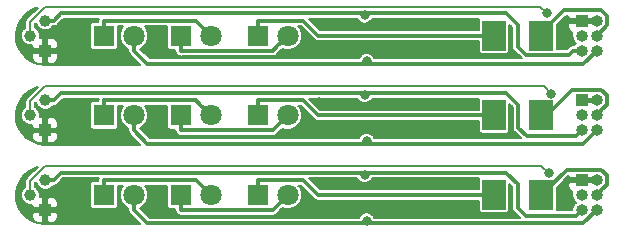
<source format=gtl>
G04 #@! TF.GenerationSoftware,KiCad,Pcbnew,(5.0.0)*
G04 #@! TF.CreationDate,2019-02-18T12:30:38-08:00*
G04 #@! TF.ProjectId,mlab100_LEDPCB_1.6,6D6C61623130305F4C45445043425F31,rev?*
G04 #@! TF.SameCoordinates,Original*
G04 #@! TF.FileFunction,Copper,L1,Top,Signal*
G04 #@! TF.FilePolarity,Positive*
%FSLAX46Y46*%
G04 Gerber Fmt 4.6, Leading zero omitted, Abs format (unit mm)*
G04 Created by KiCad (PCBNEW (5.0.0)) date 02/18/19 12:30:38*
%MOMM*%
%LPD*%
G01*
G04 APERTURE LIST*
G04 #@! TA.AperFunction,ComponentPad*
%ADD10R,1.000000X1.000000*%
G04 #@! TD*
G04 #@! TA.AperFunction,ComponentPad*
%ADD11O,1.000000X1.000000*%
G04 #@! TD*
G04 #@! TA.AperFunction,ComponentPad*
%ADD12R,1.800000X1.800000*%
G04 #@! TD*
G04 #@! TA.AperFunction,ComponentPad*
%ADD13C,1.800000*%
G04 #@! TD*
G04 #@! TA.AperFunction,ComponentPad*
%ADD14C,1.000000*%
G04 #@! TD*
G04 #@! TA.AperFunction,SMDPad,CuDef*
%ADD15R,2.000000X2.500000*%
G04 #@! TD*
G04 #@! TA.AperFunction,ViaPad*
%ADD16C,0.800000*%
G04 #@! TD*
G04 #@! TA.AperFunction,Conductor*
%ADD17C,0.350000*%
G04 #@! TD*
G04 #@! TA.AperFunction,Conductor*
%ADD18C,0.200000*%
G04 #@! TD*
G04 APERTURE END LIST*
D10*
G04 #@! TO.P,J15,1*
G04 #@! TO.N,/LEDBoard2/GND*
X48230000Y-8360000D03*
D11*
G04 #@! TO.P,J15,2*
X49500000Y-8360000D03*
G04 #@! TO.P,J15,3*
G04 #@! TO.N,/LEDBoard2/Temp1w*
X48230000Y-9630000D03*
G04 #@! TO.P,J15,4*
G04 #@! TO.N,/LEDBoard2/LED*
X49500000Y-9630000D03*
G04 #@! TO.P,J15,5*
G04 #@! TO.N,/LEDBoard2/3V3*
X48230000Y-10900000D03*
G04 #@! TO.P,J15,6*
G04 #@! TO.N,/LEDBoard2/12V*
X49500000Y-10900000D03*
G04 #@! TD*
D12*
G04 #@! TO.P,D4,1*
G04 #@! TO.N,Net-(D4-Pad1)*
X20800000Y-16380000D03*
D13*
G04 #@! TO.P,D4,2*
G04 #@! TO.N,Net-(D2-Pad1)*
X23340000Y-16380000D03*
G04 #@! TD*
D12*
G04 #@! TO.P,D1,1*
G04 #@! TO.N,Net-(D1-Pad1)*
X7800000Y-16380000D03*
D13*
G04 #@! TO.P,D1,2*
G04 #@! TO.N,/LEDBoard1/12V*
X10340000Y-16380000D03*
G04 #@! TD*
G04 #@! TO.P,D5,2*
G04 #@! TO.N,/LEDBoard2/12V*
X10340000Y-9630000D03*
D12*
G04 #@! TO.P,D5,1*
G04 #@! TO.N,Net-(D5-Pad1)*
X7800000Y-9630000D03*
G04 #@! TD*
D13*
G04 #@! TO.P,D2,2*
G04 #@! TO.N,Net-(D1-Pad1)*
X16850000Y-16380000D03*
D12*
G04 #@! TO.P,D2,1*
G04 #@! TO.N,Net-(D2-Pad1)*
X14310000Y-16380000D03*
G04 #@! TD*
D13*
G04 #@! TO.P,D8,2*
G04 #@! TO.N,Net-(D5-Pad1)*
X16850000Y-9630000D03*
D12*
G04 #@! TO.P,D8,1*
G04 #@! TO.N,Net-(D8-Pad1)*
X14310000Y-9630000D03*
G04 #@! TD*
G04 #@! TO.P,D9,1*
G04 #@! TO.N,Net-(D9-Pad1)*
X20800000Y-9630000D03*
D13*
G04 #@! TO.P,D9,2*
G04 #@! TO.N,Net-(D8-Pad1)*
X23340000Y-9630000D03*
G04 #@! TD*
G04 #@! TO.P,D10,2*
G04 #@! TO.N,/LEDBoard3/12V*
X10340000Y-2890000D03*
D12*
G04 #@! TO.P,D10,1*
G04 #@! TO.N,Net-(D10-Pad1)*
X7800000Y-2890000D03*
G04 #@! TD*
G04 #@! TO.P,D11,1*
G04 #@! TO.N,Net-(D11-Pad1)*
X14300000Y-2890000D03*
D13*
G04 #@! TO.P,D11,2*
G04 #@! TO.N,Net-(D10-Pad1)*
X16840000Y-2890000D03*
G04 #@! TD*
D12*
G04 #@! TO.P,D12,1*
G04 #@! TO.N,Net-(D12-Pad1)*
X20800000Y-2890000D03*
D13*
G04 #@! TO.P,D12,2*
G04 #@! TO.N,Net-(D11-Pad1)*
X23340000Y-2890000D03*
G04 #@! TD*
D11*
G04 #@! TO.P,J14,6*
G04 #@! TO.N,/LEDBoard1/12V*
X49500000Y-17650000D03*
G04 #@! TO.P,J14,5*
G04 #@! TO.N,/LEDBoard1/3V3*
X48230000Y-17650000D03*
G04 #@! TO.P,J14,4*
G04 #@! TO.N,/LEDBoard1/LED*
X49500000Y-16380000D03*
G04 #@! TO.P,J14,3*
G04 #@! TO.N,/LEDBoard1/Temp1w*
X48230000Y-16380000D03*
G04 #@! TO.P,J14,2*
G04 #@! TO.N,/LEDBoard1/GND*
X49500000Y-15110000D03*
D10*
G04 #@! TO.P,J14,1*
X48230000Y-15110000D03*
G04 #@! TD*
D11*
G04 #@! TO.P,J16,6*
G04 #@! TO.N,/LEDBoard3/12V*
X49500000Y-4160000D03*
G04 #@! TO.P,J16,5*
G04 #@! TO.N,/LEDBoard3/3V3*
X48230000Y-4160000D03*
G04 #@! TO.P,J16,4*
G04 #@! TO.N,/LEDBoard3/LED*
X49500000Y-2890000D03*
G04 #@! TO.P,J16,3*
G04 #@! TO.N,/LEDBoard3/Temp1w*
X48230000Y-2890000D03*
G04 #@! TO.P,J16,2*
G04 #@! TO.N,/LEDBoard3/GND*
X49500000Y-1620000D03*
D10*
G04 #@! TO.P,J16,1*
X48230000Y-1620000D03*
G04 #@! TD*
G04 #@! TO.P,U4,1*
G04 #@! TO.N,/LEDBoard1/GND*
X2820000Y-17650000D03*
D14*
G04 #@! TO.P,U4,3*
G04 #@! TO.N,/LEDBoard1/3V3*
X2820000Y-15110000D03*
G04 #@! TO.P,U4,2*
G04 #@! TO.N,/LEDBoard1/Temp1w*
X1550000Y-16380000D03*
G04 #@! TD*
G04 #@! TO.P,U5,2*
G04 #@! TO.N,/LEDBoard2/Temp1w*
X1550000Y-9630000D03*
G04 #@! TO.P,U5,3*
G04 #@! TO.N,/LEDBoard2/3V3*
X2820000Y-8360000D03*
D10*
G04 #@! TO.P,U5,1*
G04 #@! TO.N,/LEDBoard2/GND*
X2820000Y-10900000D03*
G04 #@! TD*
G04 #@! TO.P,U6,1*
G04 #@! TO.N,/LEDBoard3/GND*
X2820000Y-4160000D03*
D14*
G04 #@! TO.P,U6,3*
G04 #@! TO.N,/LEDBoard3/3V3*
X2820000Y-1620000D03*
G04 #@! TO.P,U6,2*
G04 #@! TO.N,/LEDBoard3/Temp1w*
X1550000Y-2890000D03*
G04 #@! TD*
D15*
G04 #@! TO.P,R1,2*
G04 #@! TO.N,/LEDBoard1/LED*
X44820000Y-16380000D03*
G04 #@! TO.P,R1,1*
G04 #@! TO.N,Net-(D4-Pad1)*
X40820000Y-16380000D03*
G04 #@! TD*
G04 #@! TO.P,R2,1*
G04 #@! TO.N,Net-(D9-Pad1)*
X40820000Y-9630000D03*
G04 #@! TO.P,R2,2*
G04 #@! TO.N,/LEDBoard2/LED*
X44820000Y-9630000D03*
G04 #@! TD*
G04 #@! TO.P,R3,2*
G04 #@! TO.N,/LEDBoard3/LED*
X44820000Y-2890000D03*
G04 #@! TO.P,R3,1*
G04 #@! TO.N,Net-(D12-Pad1)*
X40820000Y-2890000D03*
G04 #@! TD*
D16*
G04 #@! TO.N,/LEDBoard1/12V*
X30040000Y-18555000D03*
G04 #@! TO.N,/LEDBoard2/12V*
X30040000Y-11805000D03*
G04 #@! TO.N,/LEDBoard3/12V*
X30040000Y-5055000D03*
G04 #@! TO.N,/LEDBoard1/LED*
X44820000Y-16380000D03*
G04 #@! TO.N,/LEDBoard1/GND*
X38260000Y-15450000D03*
X38270000Y-17450000D03*
X25120000Y-17700000D03*
X25940000Y-15280000D03*
G04 #@! TO.N,/LEDBoard2/GND*
X38100000Y-8700000D03*
X38200000Y-10770000D03*
X25580000Y-10950000D03*
X25960000Y-8530000D03*
G04 #@! TO.N,/LEDBoard2/LED*
X44820000Y-9630000D03*
G04 #@! TO.N,/LEDBoard3/LED*
X44820000Y-2890000D03*
G04 #@! TO.N,/LEDBoard3/GND*
X25950000Y-1790000D03*
X38170000Y-3990000D03*
X38200000Y-1910000D03*
X25430000Y-4160000D03*
G04 #@! TO.N,/LEDBoard1/3V3*
X29870000Y-14670000D03*
G04 #@! TO.N,/LEDBoard2/3V3*
X29870000Y-7920000D03*
G04 #@! TO.N,/LEDBoard3/3V3*
X29870000Y-1170000D03*
G04 #@! TO.N,/LEDBoard1/Temp1w*
X45440000Y-14529998D03*
G04 #@! TO.N,/LEDBoard2/Temp1w*
X45650000Y-7779998D03*
G04 #@! TO.N,/LEDBoard3/Temp1w*
X45310000Y-990000D03*
G04 #@! TD*
D17*
G04 #@! TO.N,Net-(D1-Pad1)*
X7800000Y-15130000D02*
X7825001Y-15104999D01*
X15564999Y-15104999D02*
X15940001Y-15480001D01*
X15940001Y-15480001D02*
X16840000Y-16380000D01*
X7825001Y-15104999D02*
X15564999Y-15104999D01*
X7800000Y-16380000D02*
X7800000Y-15130000D01*
G04 #@! TO.N,Net-(D2-Pad1)*
X14300000Y-16380000D02*
X14300000Y-17630000D01*
X22064999Y-17655001D02*
X22440001Y-17279999D01*
X22440001Y-17279999D02*
X23340000Y-16380000D01*
X14325001Y-17655001D02*
X22064999Y-17655001D01*
X14300000Y-17630000D02*
X14325001Y-17655001D01*
G04 #@! TO.N,/LEDBoard1/12V*
X10340000Y-17652792D02*
X11467208Y-18780000D01*
X12300000Y-18780000D02*
X12290000Y-18770000D01*
X11467208Y-18780000D02*
X12300000Y-18780000D01*
X10340000Y-16380000D02*
X10340000Y-17652792D01*
X48370000Y-18780000D02*
X49500000Y-17650000D01*
X48260000Y-18780000D02*
X48370000Y-18780000D01*
D18*
X29815000Y-18780000D02*
X30040000Y-18555000D01*
X29640000Y-18780000D02*
X29815000Y-18780000D01*
D17*
X48260000Y-18780000D02*
X29640000Y-18780000D01*
X29640000Y-18780000D02*
X12300000Y-18780000D01*
D18*
G04 #@! TO.N,/LEDBoard2/12V*
X29815000Y-12030000D02*
X30040000Y-11805000D01*
X29640000Y-12030000D02*
X29815000Y-12030000D01*
G04 #@! TO.N,/LEDBoard3/12V*
X29640000Y-5280000D02*
X29815000Y-5280000D01*
X29815000Y-5280000D02*
X30040000Y-5055000D01*
D17*
G04 #@! TO.N,Net-(D4-Pad1)*
X25920000Y-16380000D02*
X40320000Y-16380000D01*
X20825001Y-15104999D02*
X24644999Y-15104999D01*
X20800000Y-15130000D02*
X20825001Y-15104999D01*
X20800000Y-16380000D02*
X20800000Y-15130000D01*
X24644999Y-15104999D02*
X25920000Y-16380000D01*
G04 #@! TO.N,/LEDBoard2/12V*
X11467208Y-12030000D02*
X12300000Y-12030000D01*
X10340000Y-10902792D02*
X11467208Y-12030000D01*
X10340000Y-9630000D02*
X10340000Y-10902792D01*
X12300000Y-12030000D02*
X12290000Y-12020000D01*
X48370000Y-12030000D02*
X49500000Y-10900000D01*
X47752000Y-12030000D02*
X48370000Y-12030000D01*
X47752000Y-12030000D02*
X12300000Y-12030000D01*
G04 #@! TO.N,Net-(D5-Pad1)*
X15564999Y-8354999D02*
X15940001Y-8730001D01*
X7800000Y-8380000D02*
X7825001Y-8354999D01*
X15940001Y-8730001D02*
X16840000Y-9630000D01*
X7800000Y-9630000D02*
X7800000Y-8380000D01*
X7825001Y-8354999D02*
X15564999Y-8354999D01*
G04 #@! TO.N,Net-(D8-Pad1)*
X22064999Y-10905001D02*
X22440001Y-10529999D01*
X14300000Y-9630000D02*
X14300000Y-10880000D01*
X14300000Y-10880000D02*
X14325001Y-10905001D01*
X22440001Y-10529999D02*
X23340000Y-9630000D01*
X14325001Y-10905001D02*
X22064999Y-10905001D01*
G04 #@! TO.N,Net-(D9-Pad1)*
X20800000Y-9630000D02*
X20800000Y-8380000D01*
X25920000Y-9630000D02*
X40320000Y-9630000D01*
X24644999Y-8354999D02*
X25920000Y-9630000D01*
X20825001Y-8354999D02*
X24644999Y-8354999D01*
X20800000Y-8380000D02*
X20825001Y-8354999D01*
G04 #@! TO.N,/LEDBoard3/12V*
X12300000Y-5290000D02*
X12290000Y-5280000D01*
X11467208Y-5290000D02*
X12300000Y-5290000D01*
X10340000Y-4162792D02*
X11467208Y-5290000D01*
X10340000Y-2890000D02*
X10340000Y-4162792D01*
X48370000Y-5290000D02*
X49500000Y-4160000D01*
X47760000Y-5290000D02*
X48370000Y-5290000D01*
X47760000Y-5290000D02*
X12300000Y-5290000D01*
G04 #@! TO.N,Net-(D10-Pad1)*
X15940001Y-1990001D02*
X16840000Y-2890000D01*
X15564999Y-1614999D02*
X15940001Y-1990001D01*
X7825001Y-1614999D02*
X15564999Y-1614999D01*
X7800000Y-1640000D02*
X7825001Y-1614999D01*
X7800000Y-2890000D02*
X7800000Y-1640000D01*
G04 #@! TO.N,Net-(D11-Pad1)*
X22440001Y-3789999D02*
X23340000Y-2890000D01*
X22064999Y-4165001D02*
X22440001Y-3789999D01*
X14325001Y-4165001D02*
X22064999Y-4165001D01*
X14300000Y-4140000D02*
X14325001Y-4165001D01*
X14300000Y-2890000D02*
X14300000Y-4140000D01*
G04 #@! TO.N,Net-(D12-Pad1)*
X20825001Y-1614999D02*
X24644999Y-1614999D01*
X20800000Y-2890000D02*
X20800000Y-1640000D01*
X20800000Y-1640000D02*
X20825001Y-1614999D01*
X25920000Y-2890000D02*
X40320000Y-2890000D01*
X24644999Y-1614999D02*
X25920000Y-2890000D01*
G04 #@! TO.N,/LEDBoard1/LED*
X49999999Y-15880001D02*
X49500000Y-16380000D01*
X50375001Y-15504999D02*
X49999999Y-15880001D01*
X50375001Y-14689999D02*
X50375001Y-15504999D01*
X49920001Y-14234999D02*
X50375001Y-14689999D01*
X46965001Y-14234999D02*
X49920001Y-14234999D01*
X44820000Y-16380000D02*
X46965001Y-14234999D01*
G04 #@! TO.N,/LEDBoard2/LED*
X50375001Y-7939999D02*
X50375001Y-8754999D01*
X49920001Y-7484999D02*
X50375001Y-7939999D01*
X47429999Y-7484999D02*
X49920001Y-7484999D01*
X49999999Y-9130001D02*
X49500000Y-9630000D01*
X45284998Y-9630000D02*
X47429999Y-7484999D01*
X50375001Y-8754999D02*
X49999999Y-9130001D01*
X44820000Y-9630000D02*
X45284998Y-9630000D01*
G04 #@! TO.N,/LEDBoard3/LED*
X50375001Y-1199999D02*
X49920001Y-744999D01*
X49500000Y-2890000D02*
X50375001Y-2014999D01*
X50375001Y-2014999D02*
X50375001Y-1199999D01*
X44820000Y-2640000D02*
X44820000Y-2890000D01*
X46715001Y-744999D02*
X44820000Y-2640000D01*
X47420000Y-744999D02*
X46715001Y-744999D01*
X49920001Y-744999D02*
X47420000Y-744999D01*
X47420000Y-744999D02*
X46745001Y-744999D01*
G04 #@! TO.N,/LEDBoard1/3V3*
X2820000Y-15110000D02*
X3527106Y-15110000D01*
X3527106Y-15110000D02*
X4157106Y-14480000D01*
X41845002Y-14480000D02*
X42830000Y-15464998D01*
X41260000Y-14480000D02*
X41845002Y-14480000D01*
X42830000Y-15464998D02*
X42830000Y-17470000D01*
X43509999Y-18149999D02*
X42830000Y-17470000D01*
X47730001Y-18149999D02*
X43509999Y-18149999D01*
X48230000Y-17650000D02*
X47730001Y-18149999D01*
D18*
X29680000Y-14480000D02*
X29560000Y-14480000D01*
X29870000Y-14670000D02*
X29680000Y-14480000D01*
D17*
X4157106Y-14480000D02*
X29560000Y-14480000D01*
X29560000Y-14480000D02*
X41260000Y-14480000D01*
D18*
G04 #@! TO.N,/LEDBoard2/3V3*
X29680000Y-7730000D02*
X29560000Y-7730000D01*
X29870000Y-7920000D02*
X29680000Y-7730000D01*
G04 #@! TO.N,/LEDBoard3/3V3*
X29870000Y-1170000D02*
X29680000Y-980000D01*
X29680000Y-980000D02*
X29560000Y-980000D01*
G04 #@! TO.N,/LEDBoard1/Temp1w*
X2880000Y-13910000D02*
X28040000Y-13910000D01*
X1550000Y-15195998D02*
X2815998Y-13930000D01*
X2815998Y-13930000D02*
X2860000Y-13930000D01*
X2860000Y-13930000D02*
X2880000Y-13910000D01*
X28400000Y-13910000D02*
X28070000Y-13910000D01*
X1550000Y-16380000D02*
X1550000Y-15195998D01*
X28040000Y-13910000D02*
X28400000Y-13910000D01*
X44820002Y-13910000D02*
X45440000Y-14529998D01*
X41560000Y-13910000D02*
X44820002Y-13910000D01*
X41560000Y-13910000D02*
X28400000Y-13910000D01*
G04 #@! TO.N,/LEDBoard2/Temp1w*
X2815998Y-7180000D02*
X2860000Y-7180000D01*
X1550000Y-9630000D02*
X1550000Y-8445998D01*
X1550000Y-8445998D02*
X2815998Y-7180000D01*
X2860000Y-7180000D02*
X2880000Y-7160000D01*
X28400000Y-7160000D02*
X28070000Y-7160000D01*
X2880000Y-7160000D02*
X28040000Y-7160000D01*
X28040000Y-7160000D02*
X28400000Y-7160000D01*
X28400000Y-7160000D02*
X45030002Y-7160000D01*
X45030002Y-7160000D02*
X45650000Y-7779998D01*
D17*
G04 #@! TO.N,/LEDBoard2/3V3*
X2820000Y-8360000D02*
X3527106Y-8360000D01*
X3527106Y-8360000D02*
X4157106Y-7730000D01*
X41845002Y-7730000D02*
X42880000Y-8764998D01*
X40390000Y-7730000D02*
X41845002Y-7730000D01*
X4157106Y-7730000D02*
X40390000Y-7730000D01*
X47730001Y-11399999D02*
X43619999Y-11399999D01*
X48230000Y-10900000D02*
X47730001Y-11399999D01*
X42880000Y-10660000D02*
X42880000Y-8764998D01*
X43619999Y-11399999D02*
X42880000Y-10660000D01*
G04 #@! TO.N,/LEDBoard3/3V3*
X3527106Y-1620000D02*
X4157106Y-990000D01*
X2820000Y-1620000D02*
X3527106Y-1620000D01*
X41845002Y-990000D02*
X42840000Y-1984998D01*
X4157106Y-990000D02*
X41845002Y-990000D01*
X47522894Y-4160000D02*
X48230000Y-4160000D01*
X47167893Y-4515001D02*
X47522894Y-4160000D01*
X43519999Y-4515001D02*
X47167893Y-4515001D01*
X42840000Y-3835002D02*
X43519999Y-4515001D01*
X42840000Y-1984998D02*
X42840000Y-3835002D01*
D18*
G04 #@! TO.N,/LEDBoard3/Temp1w*
X1550000Y-1705998D02*
X2815998Y-440000D01*
X1550000Y-2890000D02*
X1550000Y-1705998D01*
X2815998Y-440000D02*
X2860000Y-440000D01*
X2860000Y-440000D02*
X2880000Y-420000D01*
X2880000Y-420000D02*
X28040000Y-420000D01*
X28040000Y-420000D02*
X28400000Y-420000D01*
X28400000Y-420000D02*
X28070000Y-420000D01*
X44740000Y-420000D02*
X45310000Y-990000D01*
X28400000Y-420000D02*
X44740000Y-420000D01*
G04 #@! TD*
G04 #@! TO.N,/LEDBoard3/GND*
G36*
X1295017Y-1395297D02*
X1261617Y-1417614D01*
X1206106Y-1500693D01*
X1173209Y-1549927D01*
X1142164Y-1705998D01*
X1150001Y-1745396D01*
X1150001Y-2189771D01*
X1096836Y-2211793D01*
X871793Y-2436836D01*
X750000Y-2730870D01*
X750000Y-3049130D01*
X871793Y-3343164D01*
X1096836Y-3568207D01*
X1390870Y-3690000D01*
X1709130Y-3690000D01*
X1712000Y-3688811D01*
X1712000Y-3854000D01*
X1864000Y-4006000D01*
X2666000Y-4006000D01*
X2666000Y-3204000D01*
X2974000Y-3204000D01*
X2974000Y-4006000D01*
X3776000Y-4006000D01*
X3928000Y-3854000D01*
X3928000Y-3539062D01*
X3835438Y-3315596D01*
X3664405Y-3144563D01*
X3440939Y-3052000D01*
X3126000Y-3052000D01*
X2974000Y-3204000D01*
X2666000Y-3204000D01*
X2514000Y-3052000D01*
X2348811Y-3052000D01*
X2350000Y-3049130D01*
X2350000Y-2730870D01*
X2228207Y-2436836D01*
X2003164Y-2211793D01*
X1950000Y-2189772D01*
X1950000Y-1871682D01*
X2026605Y-1795077D01*
X2141793Y-2073164D01*
X2366836Y-2298207D01*
X2660870Y-2420000D01*
X2979130Y-2420000D01*
X3273164Y-2298207D01*
X3476371Y-2095000D01*
X3480332Y-2095000D01*
X3527106Y-2104304D01*
X3573880Y-2095000D01*
X3573885Y-2095000D01*
X3712441Y-2067439D01*
X3869561Y-1962455D01*
X3896061Y-1922796D01*
X4353857Y-1465000D01*
X7350506Y-1465000D01*
X7329829Y-1568952D01*
X7315696Y-1640000D01*
X7324473Y-1684123D01*
X6900000Y-1684123D01*
X6782946Y-1707407D01*
X6683712Y-1773712D01*
X6617407Y-1872946D01*
X6594123Y-1990000D01*
X6594123Y-3790000D01*
X6617407Y-3907054D01*
X6683712Y-4006288D01*
X6782946Y-4072593D01*
X6900000Y-4095877D01*
X8700000Y-4095877D01*
X8817054Y-4072593D01*
X8916288Y-4006288D01*
X8982593Y-3907054D01*
X9005877Y-3790000D01*
X9005877Y-2089999D01*
X9442945Y-2089999D01*
X9322689Y-2210255D01*
X9140000Y-2651305D01*
X9140000Y-3128695D01*
X9322689Y-3569745D01*
X9660255Y-3907311D01*
X9865001Y-3992120D01*
X9865001Y-4116014D01*
X9855696Y-4162792D01*
X9892562Y-4348127D01*
X9968361Y-4461568D01*
X9997546Y-4505247D01*
X10037203Y-4531745D01*
X10875457Y-5370000D01*
X5019939Y-5370000D01*
X4880000Y-5342164D01*
X4805811Y-5356921D01*
X4801902Y-5356240D01*
X4042696Y-5374316D01*
X4026072Y-5363209D01*
X3870000Y-5332164D01*
X3713929Y-5363209D01*
X3703765Y-5370000D01*
X2879155Y-5370000D01*
X2866322Y-5367691D01*
X2251250Y-5295980D01*
X1713012Y-5100610D01*
X1234148Y-4786654D01*
X930391Y-4466000D01*
X1712000Y-4466000D01*
X1712000Y-4780938D01*
X1804562Y-5004404D01*
X1975595Y-5175437D01*
X2199061Y-5268000D01*
X2514000Y-5268000D01*
X2666000Y-5116000D01*
X2666000Y-4314000D01*
X2974000Y-4314000D01*
X2974000Y-5116000D01*
X3126000Y-5268000D01*
X3440939Y-5268000D01*
X3664405Y-5175437D01*
X3835438Y-5004404D01*
X3928000Y-4780938D01*
X3928000Y-4466000D01*
X3776000Y-4314000D01*
X2974000Y-4314000D01*
X2666000Y-4314000D01*
X1864000Y-4314000D01*
X1712000Y-4466000D01*
X930391Y-4466000D01*
X840357Y-4370958D01*
X552761Y-3875826D01*
X386782Y-3327804D01*
X351327Y-2756301D01*
X448296Y-2191971D01*
X672490Y-1665082D01*
X1011882Y-1203901D01*
X1448262Y-833168D01*
X1958228Y-572767D01*
X2169162Y-521152D01*
X1295017Y-1395297D01*
X1295017Y-1395297D01*
G37*
X1295017Y-1395297D02*
X1261617Y-1417614D01*
X1206106Y-1500693D01*
X1173209Y-1549927D01*
X1142164Y-1705998D01*
X1150001Y-1745396D01*
X1150001Y-2189771D01*
X1096836Y-2211793D01*
X871793Y-2436836D01*
X750000Y-2730870D01*
X750000Y-3049130D01*
X871793Y-3343164D01*
X1096836Y-3568207D01*
X1390870Y-3690000D01*
X1709130Y-3690000D01*
X1712000Y-3688811D01*
X1712000Y-3854000D01*
X1864000Y-4006000D01*
X2666000Y-4006000D01*
X2666000Y-3204000D01*
X2974000Y-3204000D01*
X2974000Y-4006000D01*
X3776000Y-4006000D01*
X3928000Y-3854000D01*
X3928000Y-3539062D01*
X3835438Y-3315596D01*
X3664405Y-3144563D01*
X3440939Y-3052000D01*
X3126000Y-3052000D01*
X2974000Y-3204000D01*
X2666000Y-3204000D01*
X2514000Y-3052000D01*
X2348811Y-3052000D01*
X2350000Y-3049130D01*
X2350000Y-2730870D01*
X2228207Y-2436836D01*
X2003164Y-2211793D01*
X1950000Y-2189772D01*
X1950000Y-1871682D01*
X2026605Y-1795077D01*
X2141793Y-2073164D01*
X2366836Y-2298207D01*
X2660870Y-2420000D01*
X2979130Y-2420000D01*
X3273164Y-2298207D01*
X3476371Y-2095000D01*
X3480332Y-2095000D01*
X3527106Y-2104304D01*
X3573880Y-2095000D01*
X3573885Y-2095000D01*
X3712441Y-2067439D01*
X3869561Y-1962455D01*
X3896061Y-1922796D01*
X4353857Y-1465000D01*
X7350506Y-1465000D01*
X7329829Y-1568952D01*
X7315696Y-1640000D01*
X7324473Y-1684123D01*
X6900000Y-1684123D01*
X6782946Y-1707407D01*
X6683712Y-1773712D01*
X6617407Y-1872946D01*
X6594123Y-1990000D01*
X6594123Y-3790000D01*
X6617407Y-3907054D01*
X6683712Y-4006288D01*
X6782946Y-4072593D01*
X6900000Y-4095877D01*
X8700000Y-4095877D01*
X8817054Y-4072593D01*
X8916288Y-4006288D01*
X8982593Y-3907054D01*
X9005877Y-3790000D01*
X9005877Y-2089999D01*
X9442945Y-2089999D01*
X9322689Y-2210255D01*
X9140000Y-2651305D01*
X9140000Y-3128695D01*
X9322689Y-3569745D01*
X9660255Y-3907311D01*
X9865001Y-3992120D01*
X9865001Y-4116014D01*
X9855696Y-4162792D01*
X9892562Y-4348127D01*
X9968361Y-4461568D01*
X9997546Y-4505247D01*
X10037203Y-4531745D01*
X10875457Y-5370000D01*
X5019939Y-5370000D01*
X4880000Y-5342164D01*
X4805811Y-5356921D01*
X4801902Y-5356240D01*
X4042696Y-5374316D01*
X4026072Y-5363209D01*
X3870000Y-5332164D01*
X3713929Y-5363209D01*
X3703765Y-5370000D01*
X2879155Y-5370000D01*
X2866322Y-5367691D01*
X2251250Y-5295980D01*
X1713012Y-5100610D01*
X1234148Y-4786654D01*
X930391Y-4466000D01*
X1712000Y-4466000D01*
X1712000Y-4780938D01*
X1804562Y-5004404D01*
X1975595Y-5175437D01*
X2199061Y-5268000D01*
X2514000Y-5268000D01*
X2666000Y-5116000D01*
X2666000Y-4314000D01*
X2974000Y-4314000D01*
X2974000Y-5116000D01*
X3126000Y-5268000D01*
X3440939Y-5268000D01*
X3664405Y-5175437D01*
X3835438Y-5004404D01*
X3928000Y-4780938D01*
X3928000Y-4466000D01*
X3776000Y-4314000D01*
X2974000Y-4314000D01*
X2666000Y-4314000D01*
X1864000Y-4314000D01*
X1712000Y-4466000D01*
X930391Y-4466000D01*
X840357Y-4370958D01*
X552761Y-3875826D01*
X386782Y-3327804D01*
X351327Y-2756301D01*
X448296Y-2191971D01*
X672490Y-1665082D01*
X1011882Y-1203901D01*
X1448262Y-833168D01*
X1958228Y-572767D01*
X2169162Y-521152D01*
X1295017Y-1395297D01*
G36*
X42365000Y-2181749D02*
X42365001Y-3788224D01*
X42355696Y-3835002D01*
X42365001Y-3881781D01*
X42384472Y-3979666D01*
X42392562Y-4020337D01*
X42424117Y-4067562D01*
X42497546Y-4177457D01*
X42537202Y-4203955D01*
X43148247Y-4815000D01*
X30698264Y-4815000D01*
X30633432Y-4658482D01*
X30436518Y-4461568D01*
X30179239Y-4355000D01*
X29900761Y-4355000D01*
X29643482Y-4461568D01*
X29446568Y-4658482D01*
X29381736Y-4815000D01*
X12387046Y-4815000D01*
X12290000Y-4795696D01*
X12192954Y-4815000D01*
X11663959Y-4815000D01*
X10833439Y-3984481D01*
X11019745Y-3907311D01*
X11357311Y-3569745D01*
X11540000Y-3128695D01*
X11540000Y-2651305D01*
X11357311Y-2210255D01*
X11237055Y-2089999D01*
X13094123Y-2089999D01*
X13094123Y-3790000D01*
X13117407Y-3907054D01*
X13183712Y-4006288D01*
X13282946Y-4072593D01*
X13400000Y-4095877D01*
X13824473Y-4095877D01*
X13815696Y-4140000D01*
X13852562Y-4325335D01*
X13924978Y-4433713D01*
X13957546Y-4482455D01*
X13972531Y-4492468D01*
X13982546Y-4507456D01*
X14139666Y-4612440D01*
X14278222Y-4640001D01*
X14278227Y-4640001D01*
X14325001Y-4649305D01*
X14371775Y-4640001D01*
X22018225Y-4640001D01*
X22064999Y-4649305D01*
X22111773Y-4640001D01*
X22111778Y-4640001D01*
X22250334Y-4612440D01*
X22407454Y-4507456D01*
X22433953Y-4467797D01*
X22808954Y-4092797D01*
X22808956Y-4092794D01*
X22896559Y-4005191D01*
X23101305Y-4090000D01*
X23578695Y-4090000D01*
X24019745Y-3907311D01*
X24357311Y-3569745D01*
X24540000Y-3128695D01*
X24540000Y-2651305D01*
X24357311Y-2210255D01*
X24237055Y-2089999D01*
X24448249Y-2089999D01*
X25551047Y-3192798D01*
X25577545Y-3232455D01*
X25617202Y-3258953D01*
X25643814Y-3276735D01*
X25734665Y-3337439D01*
X25873221Y-3365000D01*
X25873226Y-3365000D01*
X25920000Y-3374304D01*
X25966774Y-3365000D01*
X39514123Y-3365000D01*
X39514123Y-4140000D01*
X39537407Y-4257054D01*
X39603712Y-4356288D01*
X39702946Y-4422593D01*
X39820000Y-4445877D01*
X41820000Y-4445877D01*
X41937054Y-4422593D01*
X42036288Y-4356288D01*
X42102593Y-4257054D01*
X42125877Y-4140000D01*
X42125877Y-1942626D01*
X42365000Y-2181749D01*
X42365000Y-2181749D01*
G37*
X42365000Y-2181749D02*
X42365001Y-3788224D01*
X42355696Y-3835002D01*
X42365001Y-3881781D01*
X42384472Y-3979666D01*
X42392562Y-4020337D01*
X42424117Y-4067562D01*
X42497546Y-4177457D01*
X42537202Y-4203955D01*
X43148247Y-4815000D01*
X30698264Y-4815000D01*
X30633432Y-4658482D01*
X30436518Y-4461568D01*
X30179239Y-4355000D01*
X29900761Y-4355000D01*
X29643482Y-4461568D01*
X29446568Y-4658482D01*
X29381736Y-4815000D01*
X12387046Y-4815000D01*
X12290000Y-4795696D01*
X12192954Y-4815000D01*
X11663959Y-4815000D01*
X10833439Y-3984481D01*
X11019745Y-3907311D01*
X11357311Y-3569745D01*
X11540000Y-3128695D01*
X11540000Y-2651305D01*
X11357311Y-2210255D01*
X11237055Y-2089999D01*
X13094123Y-2089999D01*
X13094123Y-3790000D01*
X13117407Y-3907054D01*
X13183712Y-4006288D01*
X13282946Y-4072593D01*
X13400000Y-4095877D01*
X13824473Y-4095877D01*
X13815696Y-4140000D01*
X13852562Y-4325335D01*
X13924978Y-4433713D01*
X13957546Y-4482455D01*
X13972531Y-4492468D01*
X13982546Y-4507456D01*
X14139666Y-4612440D01*
X14278222Y-4640001D01*
X14278227Y-4640001D01*
X14325001Y-4649305D01*
X14371775Y-4640001D01*
X22018225Y-4640001D01*
X22064999Y-4649305D01*
X22111773Y-4640001D01*
X22111778Y-4640001D01*
X22250334Y-4612440D01*
X22407454Y-4507456D01*
X22433953Y-4467797D01*
X22808954Y-4092797D01*
X22808956Y-4092794D01*
X22896559Y-4005191D01*
X23101305Y-4090000D01*
X23578695Y-4090000D01*
X24019745Y-3907311D01*
X24357311Y-3569745D01*
X24540000Y-3128695D01*
X24540000Y-2651305D01*
X24357311Y-2210255D01*
X24237055Y-2089999D01*
X24448249Y-2089999D01*
X25551047Y-3192798D01*
X25577545Y-3232455D01*
X25617202Y-3258953D01*
X25643814Y-3276735D01*
X25734665Y-3337439D01*
X25873221Y-3365000D01*
X25873226Y-3365000D01*
X25920000Y-3374304D01*
X25966774Y-3365000D01*
X39514123Y-3365000D01*
X39514123Y-4140000D01*
X39537407Y-4257054D01*
X39603712Y-4356288D01*
X39702946Y-4422593D01*
X39820000Y-4445877D01*
X41820000Y-4445877D01*
X41937054Y-4422593D01*
X42036288Y-4356288D01*
X42102593Y-4257054D01*
X42125877Y-4140000D01*
X42125877Y-1942626D01*
X42365000Y-2181749D01*
G36*
X47122000Y-1314000D02*
X47274000Y-1466000D01*
X48076000Y-1466000D01*
X48076000Y-1446000D01*
X48384000Y-1446000D01*
X48384000Y-1466000D01*
X49346000Y-1466000D01*
X49346000Y-1446000D01*
X49654000Y-1446000D01*
X49654000Y-1466000D01*
X49674000Y-1466000D01*
X49674000Y-1774000D01*
X49654000Y-1774000D01*
X49654000Y-1794000D01*
X49346000Y-1794000D01*
X49346000Y-1774000D01*
X48384000Y-1774000D01*
X48384000Y-1794000D01*
X48076000Y-1794000D01*
X48076000Y-1774000D01*
X47274000Y-1774000D01*
X47122000Y-1926000D01*
X47122000Y-2240938D01*
X47214562Y-2464404D01*
X47385595Y-2635437D01*
X47458922Y-2665810D01*
X47414328Y-2890000D01*
X47476417Y-3202144D01*
X47653233Y-3466767D01*
X47740385Y-3525000D01*
X47653233Y-3583233D01*
X47585234Y-3685000D01*
X47569667Y-3685000D01*
X47522893Y-3675696D01*
X47476119Y-3685000D01*
X47476115Y-3685000D01*
X47337559Y-3712561D01*
X47306021Y-3733634D01*
X47220095Y-3791047D01*
X47220093Y-3791049D01*
X47180439Y-3817545D01*
X47153943Y-3857200D01*
X46971142Y-4040001D01*
X46125877Y-4040001D01*
X46125877Y-2005874D01*
X46911753Y-1219999D01*
X47122000Y-1219999D01*
X47122000Y-1314000D01*
X47122000Y-1314000D01*
G37*
X47122000Y-1314000D02*
X47274000Y-1466000D01*
X48076000Y-1466000D01*
X48076000Y-1446000D01*
X48384000Y-1446000D01*
X48384000Y-1466000D01*
X49346000Y-1466000D01*
X49346000Y-1446000D01*
X49654000Y-1446000D01*
X49654000Y-1466000D01*
X49674000Y-1466000D01*
X49674000Y-1774000D01*
X49654000Y-1774000D01*
X49654000Y-1794000D01*
X49346000Y-1794000D01*
X49346000Y-1774000D01*
X48384000Y-1774000D01*
X48384000Y-1794000D01*
X48076000Y-1794000D01*
X48076000Y-1774000D01*
X47274000Y-1774000D01*
X47122000Y-1926000D01*
X47122000Y-2240938D01*
X47214562Y-2464404D01*
X47385595Y-2635437D01*
X47458922Y-2665810D01*
X47414328Y-2890000D01*
X47476417Y-3202144D01*
X47653233Y-3466767D01*
X47740385Y-3525000D01*
X47653233Y-3583233D01*
X47585234Y-3685000D01*
X47569667Y-3685000D01*
X47522893Y-3675696D01*
X47476119Y-3685000D01*
X47476115Y-3685000D01*
X47337559Y-3712561D01*
X47306021Y-3733634D01*
X47220095Y-3791047D01*
X47220093Y-3791049D01*
X47180439Y-3817545D01*
X47153943Y-3857200D01*
X46971142Y-4040001D01*
X46125877Y-4040001D01*
X46125877Y-2005874D01*
X46911753Y-1219999D01*
X47122000Y-1219999D01*
X47122000Y-1314000D01*
G36*
X29276568Y-1566518D02*
X29473482Y-1763432D01*
X29730761Y-1870000D01*
X30009239Y-1870000D01*
X30266518Y-1763432D01*
X30463432Y-1566518D01*
X30505482Y-1465000D01*
X39576125Y-1465000D01*
X39537407Y-1522946D01*
X39514123Y-1640000D01*
X39514123Y-2415000D01*
X26116751Y-2415000D01*
X25166750Y-1465000D01*
X29234518Y-1465000D01*
X29276568Y-1566518D01*
X29276568Y-1566518D01*
G37*
X29276568Y-1566518D02*
X29473482Y-1763432D01*
X29730761Y-1870000D01*
X30009239Y-1870000D01*
X30266518Y-1763432D01*
X30463432Y-1566518D01*
X30505482Y-1465000D01*
X39576125Y-1465000D01*
X39537407Y-1522946D01*
X39514123Y-1640000D01*
X39514123Y-2415000D01*
X26116751Y-2415000D01*
X25166750Y-1465000D01*
X29234518Y-1465000D01*
X29276568Y-1566518D01*
G04 #@! TO.N,/LEDBoard2/GND*
G36*
X1295017Y-8135297D02*
X1261617Y-8157614D01*
X1202763Y-8245697D01*
X1173209Y-8289927D01*
X1142164Y-8445998D01*
X1150001Y-8485396D01*
X1150001Y-8929771D01*
X1096836Y-8951793D01*
X871793Y-9176836D01*
X750000Y-9470870D01*
X750000Y-9789130D01*
X871793Y-10083164D01*
X1096836Y-10308207D01*
X1390870Y-10430000D01*
X1709130Y-10430000D01*
X1712000Y-10428811D01*
X1712000Y-10594000D01*
X1864000Y-10746000D01*
X2666000Y-10746000D01*
X2666000Y-9944000D01*
X2974000Y-9944000D01*
X2974000Y-10746000D01*
X3776000Y-10746000D01*
X3928000Y-10594000D01*
X3928000Y-10279062D01*
X3835438Y-10055596D01*
X3664405Y-9884563D01*
X3440939Y-9792000D01*
X3126000Y-9792000D01*
X2974000Y-9944000D01*
X2666000Y-9944000D01*
X2514000Y-9792000D01*
X2348811Y-9792000D01*
X2350000Y-9789130D01*
X2350000Y-9470870D01*
X2228207Y-9176836D01*
X2003164Y-8951793D01*
X1950000Y-8929772D01*
X1950000Y-8611682D01*
X2026605Y-8535077D01*
X2141793Y-8813164D01*
X2366836Y-9038207D01*
X2660870Y-9160000D01*
X2979130Y-9160000D01*
X3273164Y-9038207D01*
X3476371Y-8835000D01*
X3480332Y-8835000D01*
X3527106Y-8844304D01*
X3573880Y-8835000D01*
X3573885Y-8835000D01*
X3712441Y-8807439D01*
X3869561Y-8702455D01*
X3896061Y-8662796D01*
X4353857Y-8205000D01*
X7350506Y-8205000D01*
X7328324Y-8316518D01*
X7315696Y-8380000D01*
X7324473Y-8424123D01*
X6900000Y-8424123D01*
X6782946Y-8447407D01*
X6683712Y-8513712D01*
X6617407Y-8612946D01*
X6594123Y-8730000D01*
X6594123Y-10530000D01*
X6617407Y-10647054D01*
X6683712Y-10746288D01*
X6782946Y-10812593D01*
X6900000Y-10835877D01*
X8700000Y-10835877D01*
X8817054Y-10812593D01*
X8916288Y-10746288D01*
X8982593Y-10647054D01*
X9005877Y-10530000D01*
X9005877Y-8829999D01*
X9442945Y-8829999D01*
X9322689Y-8950255D01*
X9140000Y-9391305D01*
X9140000Y-9868695D01*
X9322689Y-10309745D01*
X9660255Y-10647311D01*
X9865001Y-10732120D01*
X9865001Y-10856014D01*
X9855696Y-10902792D01*
X9865001Y-10949571D01*
X9877877Y-11014303D01*
X9892562Y-11088127D01*
X9964360Y-11195580D01*
X9997546Y-11245247D01*
X10037203Y-11271745D01*
X10870457Y-12105000D01*
X4894257Y-12105000D01*
X4880000Y-12102164D01*
X4865743Y-12105000D01*
X4840606Y-12105000D01*
X4833855Y-12106343D01*
X4797620Y-12100028D01*
X4004472Y-12118912D01*
X3870000Y-12092164D01*
X3805470Y-12105000D01*
X2843241Y-12105000D01*
X2251250Y-12035980D01*
X1713012Y-11840610D01*
X1234148Y-11526654D01*
X930391Y-11206000D01*
X1712000Y-11206000D01*
X1712000Y-11520938D01*
X1804562Y-11744404D01*
X1975595Y-11915437D01*
X2199061Y-12008000D01*
X2514000Y-12008000D01*
X2666000Y-11856000D01*
X2666000Y-11054000D01*
X2974000Y-11054000D01*
X2974000Y-11856000D01*
X3126000Y-12008000D01*
X3440939Y-12008000D01*
X3664405Y-11915437D01*
X3835438Y-11744404D01*
X3928000Y-11520938D01*
X3928000Y-11206000D01*
X3776000Y-11054000D01*
X2974000Y-11054000D01*
X2666000Y-11054000D01*
X1864000Y-11054000D01*
X1712000Y-11206000D01*
X930391Y-11206000D01*
X840357Y-11110958D01*
X552761Y-10615826D01*
X386782Y-10067804D01*
X351327Y-9496301D01*
X448296Y-8931971D01*
X672490Y-8405082D01*
X1011882Y-7943901D01*
X1448262Y-7573168D01*
X1958228Y-7312767D01*
X2169162Y-7261152D01*
X1295017Y-8135297D01*
X1295017Y-8135297D01*
G37*
X1295017Y-8135297D02*
X1261617Y-8157614D01*
X1202763Y-8245697D01*
X1173209Y-8289927D01*
X1142164Y-8445998D01*
X1150001Y-8485396D01*
X1150001Y-8929771D01*
X1096836Y-8951793D01*
X871793Y-9176836D01*
X750000Y-9470870D01*
X750000Y-9789130D01*
X871793Y-10083164D01*
X1096836Y-10308207D01*
X1390870Y-10430000D01*
X1709130Y-10430000D01*
X1712000Y-10428811D01*
X1712000Y-10594000D01*
X1864000Y-10746000D01*
X2666000Y-10746000D01*
X2666000Y-9944000D01*
X2974000Y-9944000D01*
X2974000Y-10746000D01*
X3776000Y-10746000D01*
X3928000Y-10594000D01*
X3928000Y-10279062D01*
X3835438Y-10055596D01*
X3664405Y-9884563D01*
X3440939Y-9792000D01*
X3126000Y-9792000D01*
X2974000Y-9944000D01*
X2666000Y-9944000D01*
X2514000Y-9792000D01*
X2348811Y-9792000D01*
X2350000Y-9789130D01*
X2350000Y-9470870D01*
X2228207Y-9176836D01*
X2003164Y-8951793D01*
X1950000Y-8929772D01*
X1950000Y-8611682D01*
X2026605Y-8535077D01*
X2141793Y-8813164D01*
X2366836Y-9038207D01*
X2660870Y-9160000D01*
X2979130Y-9160000D01*
X3273164Y-9038207D01*
X3476371Y-8835000D01*
X3480332Y-8835000D01*
X3527106Y-8844304D01*
X3573880Y-8835000D01*
X3573885Y-8835000D01*
X3712441Y-8807439D01*
X3869561Y-8702455D01*
X3896061Y-8662796D01*
X4353857Y-8205000D01*
X7350506Y-8205000D01*
X7328324Y-8316518D01*
X7315696Y-8380000D01*
X7324473Y-8424123D01*
X6900000Y-8424123D01*
X6782946Y-8447407D01*
X6683712Y-8513712D01*
X6617407Y-8612946D01*
X6594123Y-8730000D01*
X6594123Y-10530000D01*
X6617407Y-10647054D01*
X6683712Y-10746288D01*
X6782946Y-10812593D01*
X6900000Y-10835877D01*
X8700000Y-10835877D01*
X8817054Y-10812593D01*
X8916288Y-10746288D01*
X8982593Y-10647054D01*
X9005877Y-10530000D01*
X9005877Y-8829999D01*
X9442945Y-8829999D01*
X9322689Y-8950255D01*
X9140000Y-9391305D01*
X9140000Y-9868695D01*
X9322689Y-10309745D01*
X9660255Y-10647311D01*
X9865001Y-10732120D01*
X9865001Y-10856014D01*
X9855696Y-10902792D01*
X9865001Y-10949571D01*
X9877877Y-11014303D01*
X9892562Y-11088127D01*
X9964360Y-11195580D01*
X9997546Y-11245247D01*
X10037203Y-11271745D01*
X10870457Y-12105000D01*
X4894257Y-12105000D01*
X4880000Y-12102164D01*
X4865743Y-12105000D01*
X4840606Y-12105000D01*
X4833855Y-12106343D01*
X4797620Y-12100028D01*
X4004472Y-12118912D01*
X3870000Y-12092164D01*
X3805470Y-12105000D01*
X2843241Y-12105000D01*
X2251250Y-12035980D01*
X1713012Y-11840610D01*
X1234148Y-11526654D01*
X930391Y-11206000D01*
X1712000Y-11206000D01*
X1712000Y-11520938D01*
X1804562Y-11744404D01*
X1975595Y-11915437D01*
X2199061Y-12008000D01*
X2514000Y-12008000D01*
X2666000Y-11856000D01*
X2666000Y-11054000D01*
X2974000Y-11054000D01*
X2974000Y-11856000D01*
X3126000Y-12008000D01*
X3440939Y-12008000D01*
X3664405Y-11915437D01*
X3835438Y-11744404D01*
X3928000Y-11520938D01*
X3928000Y-11206000D01*
X3776000Y-11054000D01*
X2974000Y-11054000D01*
X2666000Y-11054000D01*
X1864000Y-11054000D01*
X1712000Y-11206000D01*
X930391Y-11206000D01*
X840357Y-11110958D01*
X552761Y-10615826D01*
X386782Y-10067804D01*
X351327Y-9496301D01*
X448296Y-8931971D01*
X672490Y-8405082D01*
X1011882Y-7943901D01*
X1448262Y-7573168D01*
X1958228Y-7312767D01*
X2169162Y-7261152D01*
X1295017Y-8135297D01*
G36*
X42405001Y-8961751D02*
X42405000Y-10613226D01*
X42395696Y-10660000D01*
X42405000Y-10706774D01*
X42405000Y-10706778D01*
X42432561Y-10845334D01*
X42537545Y-11002455D01*
X42577204Y-11028955D01*
X43103249Y-11555000D01*
X30694121Y-11555000D01*
X30633432Y-11408482D01*
X30436518Y-11211568D01*
X30179239Y-11105000D01*
X29900761Y-11105000D01*
X29643482Y-11211568D01*
X29446568Y-11408482D01*
X29385879Y-11555000D01*
X12387046Y-11555000D01*
X12290000Y-11535696D01*
X12192954Y-11555000D01*
X11663959Y-11555000D01*
X10833439Y-10724481D01*
X11019745Y-10647311D01*
X11357311Y-10309745D01*
X11540000Y-9868695D01*
X11540000Y-9391305D01*
X11357311Y-8950255D01*
X11237055Y-8829999D01*
X13104123Y-8829999D01*
X13104123Y-10530000D01*
X13127407Y-10647054D01*
X13193712Y-10746288D01*
X13292946Y-10812593D01*
X13410000Y-10835877D01*
X13824473Y-10835877D01*
X13815696Y-10880000D01*
X13852562Y-11065335D01*
X13924978Y-11173713D01*
X13957546Y-11222455D01*
X13972531Y-11232468D01*
X13982546Y-11247456D01*
X14139666Y-11352440D01*
X14278222Y-11380001D01*
X14278227Y-11380001D01*
X14325001Y-11389305D01*
X14371775Y-11380001D01*
X22018225Y-11380001D01*
X22064999Y-11389305D01*
X22111773Y-11380001D01*
X22111778Y-11380001D01*
X22250334Y-11352440D01*
X22407454Y-11247456D01*
X22433953Y-11207797D01*
X22808954Y-10832797D01*
X22808956Y-10832794D01*
X22896559Y-10745191D01*
X23101305Y-10830000D01*
X23578695Y-10830000D01*
X24019745Y-10647311D01*
X24357311Y-10309745D01*
X24540000Y-9868695D01*
X24540000Y-9391305D01*
X24357311Y-8950255D01*
X24237055Y-8829999D01*
X24448249Y-8829999D01*
X25551047Y-9932798D01*
X25577545Y-9972455D01*
X25617202Y-9998953D01*
X25643814Y-10016735D01*
X25734665Y-10077439D01*
X25873221Y-10105000D01*
X25873226Y-10105000D01*
X25920000Y-10114304D01*
X25966774Y-10105000D01*
X39514123Y-10105000D01*
X39514123Y-10880000D01*
X39537407Y-10997054D01*
X39603712Y-11096288D01*
X39702946Y-11162593D01*
X39820000Y-11185877D01*
X41820000Y-11185877D01*
X41937054Y-11162593D01*
X42036288Y-11096288D01*
X42102593Y-10997054D01*
X42125877Y-10880000D01*
X42125877Y-8682626D01*
X42405001Y-8961751D01*
X42405001Y-8961751D01*
G37*
X42405001Y-8961751D02*
X42405000Y-10613226D01*
X42395696Y-10660000D01*
X42405000Y-10706774D01*
X42405000Y-10706778D01*
X42432561Y-10845334D01*
X42537545Y-11002455D01*
X42577204Y-11028955D01*
X43103249Y-11555000D01*
X30694121Y-11555000D01*
X30633432Y-11408482D01*
X30436518Y-11211568D01*
X30179239Y-11105000D01*
X29900761Y-11105000D01*
X29643482Y-11211568D01*
X29446568Y-11408482D01*
X29385879Y-11555000D01*
X12387046Y-11555000D01*
X12290000Y-11535696D01*
X12192954Y-11555000D01*
X11663959Y-11555000D01*
X10833439Y-10724481D01*
X11019745Y-10647311D01*
X11357311Y-10309745D01*
X11540000Y-9868695D01*
X11540000Y-9391305D01*
X11357311Y-8950255D01*
X11237055Y-8829999D01*
X13104123Y-8829999D01*
X13104123Y-10530000D01*
X13127407Y-10647054D01*
X13193712Y-10746288D01*
X13292946Y-10812593D01*
X13410000Y-10835877D01*
X13824473Y-10835877D01*
X13815696Y-10880000D01*
X13852562Y-11065335D01*
X13924978Y-11173713D01*
X13957546Y-11222455D01*
X13972531Y-11232468D01*
X13982546Y-11247456D01*
X14139666Y-11352440D01*
X14278222Y-11380001D01*
X14278227Y-11380001D01*
X14325001Y-11389305D01*
X14371775Y-11380001D01*
X22018225Y-11380001D01*
X22064999Y-11389305D01*
X22111773Y-11380001D01*
X22111778Y-11380001D01*
X22250334Y-11352440D01*
X22407454Y-11247456D01*
X22433953Y-11207797D01*
X22808954Y-10832797D01*
X22808956Y-10832794D01*
X22896559Y-10745191D01*
X23101305Y-10830000D01*
X23578695Y-10830000D01*
X24019745Y-10647311D01*
X24357311Y-10309745D01*
X24540000Y-9868695D01*
X24540000Y-9391305D01*
X24357311Y-8950255D01*
X24237055Y-8829999D01*
X24448249Y-8829999D01*
X25551047Y-9932798D01*
X25577545Y-9972455D01*
X25617202Y-9998953D01*
X25643814Y-10016735D01*
X25734665Y-10077439D01*
X25873221Y-10105000D01*
X25873226Y-10105000D01*
X25920000Y-10114304D01*
X25966774Y-10105000D01*
X39514123Y-10105000D01*
X39514123Y-10880000D01*
X39537407Y-10997054D01*
X39603712Y-11096288D01*
X39702946Y-11162593D01*
X39820000Y-11185877D01*
X41820000Y-11185877D01*
X41937054Y-11162593D01*
X42036288Y-11096288D01*
X42102593Y-10997054D01*
X42125877Y-10880000D01*
X42125877Y-8682626D01*
X42405001Y-8961751D01*
G36*
X29276568Y-8316518D02*
X29473482Y-8513432D01*
X29730761Y-8620000D01*
X30009239Y-8620000D01*
X30266518Y-8513432D01*
X30463432Y-8316518D01*
X30509624Y-8205000D01*
X39576125Y-8205000D01*
X39537407Y-8262946D01*
X39514123Y-8380000D01*
X39514123Y-9155000D01*
X26116751Y-9155000D01*
X25166750Y-8205000D01*
X29230376Y-8205000D01*
X29276568Y-8316518D01*
X29276568Y-8316518D01*
G37*
X29276568Y-8316518D02*
X29473482Y-8513432D01*
X29730761Y-8620000D01*
X30009239Y-8620000D01*
X30266518Y-8513432D01*
X30463432Y-8316518D01*
X30509624Y-8205000D01*
X39576125Y-8205000D01*
X39537407Y-8262946D01*
X39514123Y-8380000D01*
X39514123Y-9155000D01*
X26116751Y-9155000D01*
X25166750Y-8205000D01*
X29230376Y-8205000D01*
X29276568Y-8316518D01*
G36*
X48384000Y-8206000D02*
X49346000Y-8206000D01*
X49346000Y-8186000D01*
X49654000Y-8186000D01*
X49654000Y-8206000D01*
X49674000Y-8206000D01*
X49674000Y-8514000D01*
X49654000Y-8514000D01*
X49654000Y-8534000D01*
X49346000Y-8534000D01*
X49346000Y-8514000D01*
X48384000Y-8514000D01*
X48384000Y-8534000D01*
X48076000Y-8534000D01*
X48076000Y-8514000D01*
X48056000Y-8514000D01*
X48056000Y-8206000D01*
X48076000Y-8206000D01*
X48076000Y-8186000D01*
X48384000Y-8186000D01*
X48384000Y-8206000D01*
X48384000Y-8206000D01*
G37*
X48384000Y-8206000D02*
X49346000Y-8206000D01*
X49346000Y-8186000D01*
X49654000Y-8186000D01*
X49654000Y-8206000D01*
X49674000Y-8206000D01*
X49674000Y-8514000D01*
X49654000Y-8514000D01*
X49654000Y-8534000D01*
X49346000Y-8534000D01*
X49346000Y-8514000D01*
X48384000Y-8514000D01*
X48384000Y-8534000D01*
X48076000Y-8534000D01*
X48076000Y-8514000D01*
X48056000Y-8514000D01*
X48056000Y-8206000D01*
X48076000Y-8206000D01*
X48076000Y-8186000D01*
X48384000Y-8186000D01*
X48384000Y-8206000D01*
G04 #@! TO.N,/LEDBoard1/GND*
G36*
X1295017Y-14885297D02*
X1261617Y-14907614D01*
X1202763Y-14995697D01*
X1173209Y-15039927D01*
X1142164Y-15195998D01*
X1150001Y-15235396D01*
X1150001Y-15679771D01*
X1096836Y-15701793D01*
X871793Y-15926836D01*
X750000Y-16220870D01*
X750000Y-16539130D01*
X871793Y-16833164D01*
X1096836Y-17058207D01*
X1390870Y-17180000D01*
X1709130Y-17180000D01*
X1712000Y-17178811D01*
X1712000Y-17344000D01*
X1864000Y-17496000D01*
X2666000Y-17496000D01*
X2666000Y-16694000D01*
X2974000Y-16694000D01*
X2974000Y-17496000D01*
X3776000Y-17496000D01*
X3928000Y-17344000D01*
X3928000Y-17029062D01*
X3835438Y-16805596D01*
X3664405Y-16634563D01*
X3440939Y-16542000D01*
X3126000Y-16542000D01*
X2974000Y-16694000D01*
X2666000Y-16694000D01*
X2514000Y-16542000D01*
X2348811Y-16542000D01*
X2350000Y-16539130D01*
X2350000Y-16220870D01*
X2228207Y-15926836D01*
X2003164Y-15701793D01*
X1950000Y-15679772D01*
X1950000Y-15361682D01*
X2026605Y-15285077D01*
X2141793Y-15563164D01*
X2366836Y-15788207D01*
X2660870Y-15910000D01*
X2979130Y-15910000D01*
X3273164Y-15788207D01*
X3476371Y-15585000D01*
X3480332Y-15585000D01*
X3527106Y-15594304D01*
X3573880Y-15585000D01*
X3573885Y-15585000D01*
X3712441Y-15557439D01*
X3869561Y-15452455D01*
X3896061Y-15412796D01*
X4353857Y-14955000D01*
X7350506Y-14955000D01*
X7328324Y-15066518D01*
X7315696Y-15130000D01*
X7324473Y-15174123D01*
X6900000Y-15174123D01*
X6782946Y-15197407D01*
X6683712Y-15263712D01*
X6617407Y-15362946D01*
X6594123Y-15480000D01*
X6594123Y-17280000D01*
X6617407Y-17397054D01*
X6683712Y-17496288D01*
X6782946Y-17562593D01*
X6900000Y-17585877D01*
X8700000Y-17585877D01*
X8817054Y-17562593D01*
X8916288Y-17496288D01*
X8982593Y-17397054D01*
X9005877Y-17280000D01*
X9005877Y-15579999D01*
X9442945Y-15579999D01*
X9322689Y-15700255D01*
X9140000Y-16141305D01*
X9140000Y-16618695D01*
X9322689Y-17059745D01*
X9660255Y-17397311D01*
X9865001Y-17482120D01*
X9865001Y-17606014D01*
X9855696Y-17652792D01*
X9892562Y-17838127D01*
X9964360Y-17945580D01*
X9997546Y-17995247D01*
X10037203Y-18021745D01*
X10870457Y-18855000D01*
X2843241Y-18855000D01*
X2251250Y-18785980D01*
X1713012Y-18590610D01*
X1234148Y-18276654D01*
X930391Y-17956000D01*
X1712000Y-17956000D01*
X1712000Y-18270938D01*
X1804562Y-18494404D01*
X1975595Y-18665437D01*
X2199061Y-18758000D01*
X2514000Y-18758000D01*
X2666000Y-18606000D01*
X2666000Y-17804000D01*
X2974000Y-17804000D01*
X2974000Y-18606000D01*
X3126000Y-18758000D01*
X3440939Y-18758000D01*
X3664405Y-18665437D01*
X3835438Y-18494404D01*
X3928000Y-18270938D01*
X3928000Y-17956000D01*
X3776000Y-17804000D01*
X2974000Y-17804000D01*
X2666000Y-17804000D01*
X1864000Y-17804000D01*
X1712000Y-17956000D01*
X930391Y-17956000D01*
X840357Y-17860958D01*
X552761Y-17365826D01*
X386782Y-16817804D01*
X351327Y-16246301D01*
X448296Y-15681971D01*
X672490Y-15155082D01*
X1011882Y-14693901D01*
X1448262Y-14323168D01*
X1958228Y-14062767D01*
X2169162Y-14011152D01*
X1295017Y-14885297D01*
X1295017Y-14885297D01*
G37*
X1295017Y-14885297D02*
X1261617Y-14907614D01*
X1202763Y-14995697D01*
X1173209Y-15039927D01*
X1142164Y-15195998D01*
X1150001Y-15235396D01*
X1150001Y-15679771D01*
X1096836Y-15701793D01*
X871793Y-15926836D01*
X750000Y-16220870D01*
X750000Y-16539130D01*
X871793Y-16833164D01*
X1096836Y-17058207D01*
X1390870Y-17180000D01*
X1709130Y-17180000D01*
X1712000Y-17178811D01*
X1712000Y-17344000D01*
X1864000Y-17496000D01*
X2666000Y-17496000D01*
X2666000Y-16694000D01*
X2974000Y-16694000D01*
X2974000Y-17496000D01*
X3776000Y-17496000D01*
X3928000Y-17344000D01*
X3928000Y-17029062D01*
X3835438Y-16805596D01*
X3664405Y-16634563D01*
X3440939Y-16542000D01*
X3126000Y-16542000D01*
X2974000Y-16694000D01*
X2666000Y-16694000D01*
X2514000Y-16542000D01*
X2348811Y-16542000D01*
X2350000Y-16539130D01*
X2350000Y-16220870D01*
X2228207Y-15926836D01*
X2003164Y-15701793D01*
X1950000Y-15679772D01*
X1950000Y-15361682D01*
X2026605Y-15285077D01*
X2141793Y-15563164D01*
X2366836Y-15788207D01*
X2660870Y-15910000D01*
X2979130Y-15910000D01*
X3273164Y-15788207D01*
X3476371Y-15585000D01*
X3480332Y-15585000D01*
X3527106Y-15594304D01*
X3573880Y-15585000D01*
X3573885Y-15585000D01*
X3712441Y-15557439D01*
X3869561Y-15452455D01*
X3896061Y-15412796D01*
X4353857Y-14955000D01*
X7350506Y-14955000D01*
X7328324Y-15066518D01*
X7315696Y-15130000D01*
X7324473Y-15174123D01*
X6900000Y-15174123D01*
X6782946Y-15197407D01*
X6683712Y-15263712D01*
X6617407Y-15362946D01*
X6594123Y-15480000D01*
X6594123Y-17280000D01*
X6617407Y-17397054D01*
X6683712Y-17496288D01*
X6782946Y-17562593D01*
X6900000Y-17585877D01*
X8700000Y-17585877D01*
X8817054Y-17562593D01*
X8916288Y-17496288D01*
X8982593Y-17397054D01*
X9005877Y-17280000D01*
X9005877Y-15579999D01*
X9442945Y-15579999D01*
X9322689Y-15700255D01*
X9140000Y-16141305D01*
X9140000Y-16618695D01*
X9322689Y-17059745D01*
X9660255Y-17397311D01*
X9865001Y-17482120D01*
X9865001Y-17606014D01*
X9855696Y-17652792D01*
X9892562Y-17838127D01*
X9964360Y-17945580D01*
X9997546Y-17995247D01*
X10037203Y-18021745D01*
X10870457Y-18855000D01*
X2843241Y-18855000D01*
X2251250Y-18785980D01*
X1713012Y-18590610D01*
X1234148Y-18276654D01*
X930391Y-17956000D01*
X1712000Y-17956000D01*
X1712000Y-18270938D01*
X1804562Y-18494404D01*
X1975595Y-18665437D01*
X2199061Y-18758000D01*
X2514000Y-18758000D01*
X2666000Y-18606000D01*
X2666000Y-17804000D01*
X2974000Y-17804000D01*
X2974000Y-18606000D01*
X3126000Y-18758000D01*
X3440939Y-18758000D01*
X3664405Y-18665437D01*
X3835438Y-18494404D01*
X3928000Y-18270938D01*
X3928000Y-17956000D01*
X3776000Y-17804000D01*
X2974000Y-17804000D01*
X2666000Y-17804000D01*
X1864000Y-17804000D01*
X1712000Y-17956000D01*
X930391Y-17956000D01*
X840357Y-17860958D01*
X552761Y-17365826D01*
X386782Y-16817804D01*
X351327Y-16246301D01*
X448296Y-15681971D01*
X672490Y-15155082D01*
X1011882Y-14693901D01*
X1448262Y-14323168D01*
X1958228Y-14062767D01*
X2169162Y-14011152D01*
X1295017Y-14885297D01*
G36*
X42355000Y-15661749D02*
X42355001Y-17423222D01*
X42345696Y-17470000D01*
X42382562Y-17655335D01*
X42457628Y-17767679D01*
X42487546Y-17812455D01*
X42527202Y-17838953D01*
X42993249Y-18305000D01*
X30694121Y-18305000D01*
X30633432Y-18158482D01*
X30436518Y-17961568D01*
X30179239Y-17855000D01*
X29900761Y-17855000D01*
X29643482Y-17961568D01*
X29446568Y-18158482D01*
X29385879Y-18305000D01*
X12387046Y-18305000D01*
X12290000Y-18285696D01*
X12192954Y-18305000D01*
X11663959Y-18305000D01*
X10833439Y-17474481D01*
X11019745Y-17397311D01*
X11357311Y-17059745D01*
X11540000Y-16618695D01*
X11540000Y-16141305D01*
X11357311Y-15700255D01*
X11237055Y-15579999D01*
X13104123Y-15579999D01*
X13104123Y-17280000D01*
X13127407Y-17397054D01*
X13193712Y-17496288D01*
X13292946Y-17562593D01*
X13410000Y-17585877D01*
X13824473Y-17585877D01*
X13815696Y-17630000D01*
X13852562Y-17815335D01*
X13924978Y-17923713D01*
X13957546Y-17972455D01*
X13972531Y-17982468D01*
X13982546Y-17997456D01*
X14139666Y-18102440D01*
X14278222Y-18130001D01*
X14278227Y-18130001D01*
X14325001Y-18139305D01*
X14371775Y-18130001D01*
X22018225Y-18130001D01*
X22064999Y-18139305D01*
X22111773Y-18130001D01*
X22111778Y-18130001D01*
X22250334Y-18102440D01*
X22407454Y-17997456D01*
X22433953Y-17957797D01*
X22808954Y-17582797D01*
X22808956Y-17582794D01*
X22896559Y-17495191D01*
X23101305Y-17580000D01*
X23578695Y-17580000D01*
X24019745Y-17397311D01*
X24357311Y-17059745D01*
X24540000Y-16618695D01*
X24540000Y-16141305D01*
X24357311Y-15700255D01*
X24237055Y-15579999D01*
X24448249Y-15579999D01*
X25551047Y-16682798D01*
X25577545Y-16722455D01*
X25617202Y-16748953D01*
X25643814Y-16766735D01*
X25734665Y-16827439D01*
X25873221Y-16855000D01*
X25873226Y-16855000D01*
X25920000Y-16864304D01*
X25966774Y-16855000D01*
X39514123Y-16855000D01*
X39514123Y-17630000D01*
X39537407Y-17747054D01*
X39603712Y-17846288D01*
X39702946Y-17912593D01*
X39820000Y-17935877D01*
X41820000Y-17935877D01*
X41937054Y-17912593D01*
X42036288Y-17846288D01*
X42102593Y-17747054D01*
X42125877Y-17630000D01*
X42125877Y-15432626D01*
X42355000Y-15661749D01*
X42355000Y-15661749D01*
G37*
X42355000Y-15661749D02*
X42355001Y-17423222D01*
X42345696Y-17470000D01*
X42382562Y-17655335D01*
X42457628Y-17767679D01*
X42487546Y-17812455D01*
X42527202Y-17838953D01*
X42993249Y-18305000D01*
X30694121Y-18305000D01*
X30633432Y-18158482D01*
X30436518Y-17961568D01*
X30179239Y-17855000D01*
X29900761Y-17855000D01*
X29643482Y-17961568D01*
X29446568Y-18158482D01*
X29385879Y-18305000D01*
X12387046Y-18305000D01*
X12290000Y-18285696D01*
X12192954Y-18305000D01*
X11663959Y-18305000D01*
X10833439Y-17474481D01*
X11019745Y-17397311D01*
X11357311Y-17059745D01*
X11540000Y-16618695D01*
X11540000Y-16141305D01*
X11357311Y-15700255D01*
X11237055Y-15579999D01*
X13104123Y-15579999D01*
X13104123Y-17280000D01*
X13127407Y-17397054D01*
X13193712Y-17496288D01*
X13292946Y-17562593D01*
X13410000Y-17585877D01*
X13824473Y-17585877D01*
X13815696Y-17630000D01*
X13852562Y-17815335D01*
X13924978Y-17923713D01*
X13957546Y-17972455D01*
X13972531Y-17982468D01*
X13982546Y-17997456D01*
X14139666Y-18102440D01*
X14278222Y-18130001D01*
X14278227Y-18130001D01*
X14325001Y-18139305D01*
X14371775Y-18130001D01*
X22018225Y-18130001D01*
X22064999Y-18139305D01*
X22111773Y-18130001D01*
X22111778Y-18130001D01*
X22250334Y-18102440D01*
X22407454Y-17997456D01*
X22433953Y-17957797D01*
X22808954Y-17582797D01*
X22808956Y-17582794D01*
X22896559Y-17495191D01*
X23101305Y-17580000D01*
X23578695Y-17580000D01*
X24019745Y-17397311D01*
X24357311Y-17059745D01*
X24540000Y-16618695D01*
X24540000Y-16141305D01*
X24357311Y-15700255D01*
X24237055Y-15579999D01*
X24448249Y-15579999D01*
X25551047Y-16682798D01*
X25577545Y-16722455D01*
X25617202Y-16748953D01*
X25643814Y-16766735D01*
X25734665Y-16827439D01*
X25873221Y-16855000D01*
X25873226Y-16855000D01*
X25920000Y-16864304D01*
X25966774Y-16855000D01*
X39514123Y-16855000D01*
X39514123Y-17630000D01*
X39537407Y-17747054D01*
X39603712Y-17846288D01*
X39702946Y-17912593D01*
X39820000Y-17935877D01*
X41820000Y-17935877D01*
X41937054Y-17912593D01*
X42036288Y-17846288D01*
X42102593Y-17747054D01*
X42125877Y-17630000D01*
X42125877Y-15432626D01*
X42355000Y-15661749D01*
G36*
X47122000Y-14804000D02*
X47274000Y-14956000D01*
X48076000Y-14956000D01*
X48076000Y-14936000D01*
X48384000Y-14936000D01*
X48384000Y-14956000D01*
X49346000Y-14956000D01*
X49346000Y-14936000D01*
X49654000Y-14936000D01*
X49654000Y-14956000D01*
X49674000Y-14956000D01*
X49674000Y-15264000D01*
X49654000Y-15264000D01*
X49654000Y-15284000D01*
X49346000Y-15284000D01*
X49346000Y-15264000D01*
X48384000Y-15264000D01*
X48384000Y-15284000D01*
X48076000Y-15284000D01*
X48076000Y-15264000D01*
X47274000Y-15264000D01*
X47122000Y-15416000D01*
X47122000Y-15730938D01*
X47214562Y-15954404D01*
X47385595Y-16125437D01*
X47458922Y-16155810D01*
X47414328Y-16380000D01*
X47476417Y-16692144D01*
X47653233Y-16956767D01*
X47740385Y-17015000D01*
X47653233Y-17073233D01*
X47476417Y-17337856D01*
X47414328Y-17650000D01*
X47419301Y-17674999D01*
X46116926Y-17674999D01*
X46125877Y-17630000D01*
X46125877Y-15745873D01*
X47122000Y-14749751D01*
X47122000Y-14804000D01*
X47122000Y-14804000D01*
G37*
X47122000Y-14804000D02*
X47274000Y-14956000D01*
X48076000Y-14956000D01*
X48076000Y-14936000D01*
X48384000Y-14936000D01*
X48384000Y-14956000D01*
X49346000Y-14956000D01*
X49346000Y-14936000D01*
X49654000Y-14936000D01*
X49654000Y-14956000D01*
X49674000Y-14956000D01*
X49674000Y-15264000D01*
X49654000Y-15264000D01*
X49654000Y-15284000D01*
X49346000Y-15284000D01*
X49346000Y-15264000D01*
X48384000Y-15264000D01*
X48384000Y-15284000D01*
X48076000Y-15284000D01*
X48076000Y-15264000D01*
X47274000Y-15264000D01*
X47122000Y-15416000D01*
X47122000Y-15730938D01*
X47214562Y-15954404D01*
X47385595Y-16125437D01*
X47458922Y-16155810D01*
X47414328Y-16380000D01*
X47476417Y-16692144D01*
X47653233Y-16956767D01*
X47740385Y-17015000D01*
X47653233Y-17073233D01*
X47476417Y-17337856D01*
X47414328Y-17650000D01*
X47419301Y-17674999D01*
X46116926Y-17674999D01*
X46125877Y-17630000D01*
X46125877Y-15745873D01*
X47122000Y-14749751D01*
X47122000Y-14804000D01*
G36*
X29276568Y-15066518D02*
X29473482Y-15263432D01*
X29730761Y-15370000D01*
X30009239Y-15370000D01*
X30266518Y-15263432D01*
X30463432Y-15066518D01*
X30509624Y-14955000D01*
X39576125Y-14955000D01*
X39537407Y-15012946D01*
X39514123Y-15130000D01*
X39514123Y-15905000D01*
X26116751Y-15905000D01*
X25166750Y-14955000D01*
X29230376Y-14955000D01*
X29276568Y-15066518D01*
X29276568Y-15066518D01*
G37*
X29276568Y-15066518D02*
X29473482Y-15263432D01*
X29730761Y-15370000D01*
X30009239Y-15370000D01*
X30266518Y-15263432D01*
X30463432Y-15066518D01*
X30509624Y-14955000D01*
X39576125Y-14955000D01*
X39537407Y-15012946D01*
X39514123Y-15130000D01*
X39514123Y-15905000D01*
X26116751Y-15905000D01*
X25166750Y-14955000D01*
X29230376Y-14955000D01*
X29276568Y-15066518D01*
G04 #@! TD*
M02*

</source>
